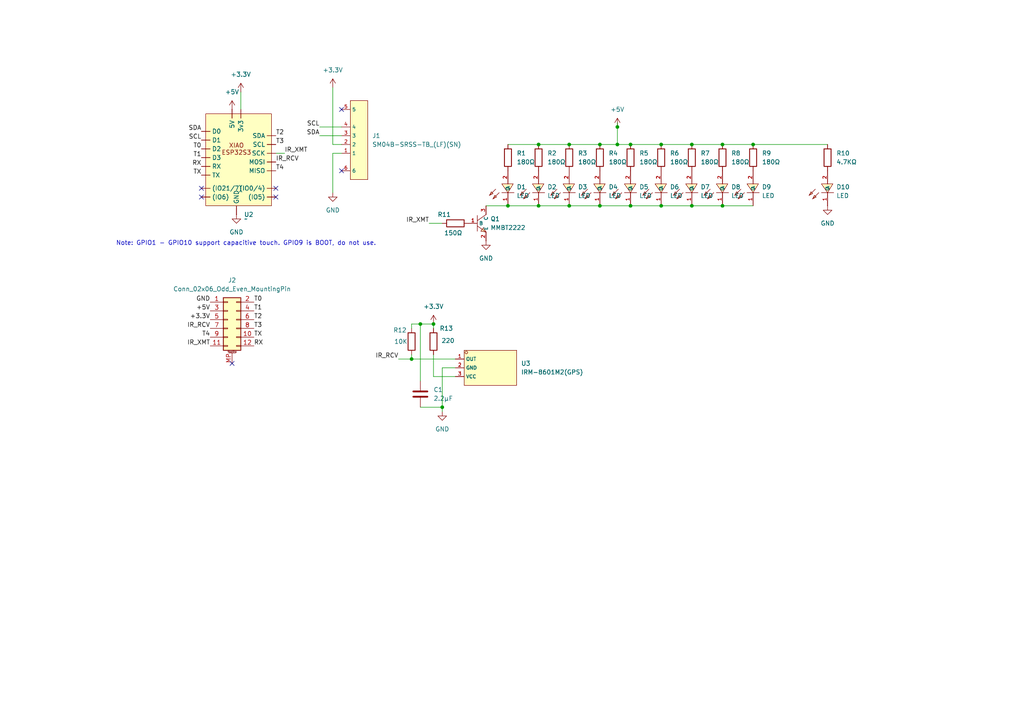
<source format=kicad_sch>
(kicad_sch (version 20231120) (generator "eeschema") (generator_version "8.0")
  (paper "A4")
  (title_block (title "ESP IR Blastr") (date "2025-01-01") (rev "0.1.0") (company "PDX Hackerspace") (comment 1 "John Romkey"))
  (lib_symbols
    (symbol "1mySymbols:Xiao_ESP32S3 PLUS" (pin_numbers hide)
      (property "Reference" "U" (at 6.096 27.178 0))
      (property "Datasheet" "https://wiki.seeedstudio.com/xiao_esp32s3_getting_started/" (at 0.762 -7.874 0))
      (symbol "Xiao_ESP32S3 PLUS_1_1"
        (rectangle (start -8.89 25.4) (end 10.16 -1.27) (fill (type background)))
        (text "XIAO\nESP32S3" (at 0 15.24 0) (effects (font (size 1.27 1.27))))
        (pin bidirectional line (at -10.16 20.32 0) (length 2.54) (name "D0") (number "1"))
        (pin input line (at 11.43 8.89 180) (length 2.54) (name "MISO") (number "10"))
        (pin output line (at 11.43 11.43 180) (length 2.54) (name "MOSI") (number "11"))
        (pin output line (at 1.27 26.67 270) (length 2.54) (name "3v3") (number "12"))
        (pin power_out line (at 0 -3.81 90) (length 2.54) (name "GND") (number "13"))
        (pin power_out line (at -1.27 26.67 270) (length 2.54) (name "5V") (number "14"))
        (pin bidirectional line (at -10.16 3.81 0) (length 2.54) (name "(IO21/7)") (number "15"))
        (pin bidirectional line (at -10.16 1.27 0) (length 2.54) (name "(IO6)") (number "16"))
        (pin bidirectional line (at 11.43 1.27 180) (length 2.54) (name "(IO5)") (number "17"))
        (pin bidirectional line (at 11.43 3.81 180) (length 2.54) (name "(IO0/4)") (number "18"))
        (pin bidirectional line (at -10.16 17.78 0) (length 2.54) (name "D1") (number "2"))
        (pin bidirectional line (at -10.16 15.24 0) (length 2.54) (name "D2") (number "3"))
        (pin bidirectional line (at -10.16 12.7 0) (length 2.54) (name "D3") (number "4"))
        (pin bidirectional line (at 11.43 19.05 180) (length 2.54) (name "SDA") (number "5"))
        (pin output line (at 11.43 16.51 180) (length 2.54) (name "SCL") (number "6"))
        (pin output line (at -10.16 7.62 0) (length 2.54) (name "TX") (number "7"))
        (pin input line (at -10.16 10.16 0) (length 2.54) (name "RX") (number "8"))
        (pin output line (at 11.43 13.97 180) (length 2.54) (name "SCK") (number "9"))
      )
    )
    (symbol "Connector_Generic_MountingPin:Conn_02x06_Odd_Even_MountingPin" (pin_names (offset 1.016) hide)
      (property "Reference" "J" (at 1.27 7.62 0))
      (property "Value" "Conn_02x06_Odd_Even_MountingPin" (at 2.54 -10.16 0))
      (symbol "Conn_02x06_Odd_Even_MountingPin_1_1"
        (rectangle (start -1.27 -7.493) (end 0 -7.747) (stroke (width 0.1524)))
        (rectangle (start -1.27 -4.953) (end 0 -5.207) (stroke (width 0.1524)))
        (rectangle (start -1.27 -2.413) (end 0 -2.667) (stroke (width 0.1524)))
        (rectangle (start -1.27 0.127) (end 0 -0.127) (stroke (width 0.1524)))
        (rectangle (start -1.27 2.667) (end 0 2.413) (stroke (width 0.1524)))
        (rectangle (start -1.27 5.207) (end 0 4.953) (stroke (width 0.1524)))
        (rectangle (start -1.27 6.35) (end 3.81 -8.89) (stroke (width 0.254)) (fill (type background)))
        (polyline (pts (xy 0.254 -9.652) (xy 2.286 -9.652)) (stroke (width 0.1524)))
        (rectangle (start 3.81 -7.493) (end 2.54 -7.747) (stroke (width 0.1524)))
        (rectangle (start 3.81 -4.953) (end 2.54 -5.207) (stroke (width 0.1524)))
        (rectangle (start 3.81 -2.413) (end 2.54 -2.667) (stroke (width 0.1524)))
        (rectangle (start 3.81 0.127) (end 2.54 -0.127) (stroke (width 0.1524)))
        (rectangle (start 3.81 2.667) (end 2.54 2.413) (stroke (width 0.1524)))
        (rectangle (start 3.81 5.207) (end 2.54 4.953) (stroke (width 0.1524)))
        (text "Mounting" (at 1.27 -9.271 0) (effects (font (size 0.381 0.381))))
        (pin passive line (at -5.08 5.08 0) (length 3.81) (name "Pin_1") (number "1"))
        (pin passive line (at 7.62 -5.08 180) (length 3.81) (name "Pin_10") (number "10"))
        (pin passive line (at -5.08 -7.62 0) (length 3.81) (name "Pin_11") (number "11"))
        (pin passive line (at 7.62 -7.62 180) (length 3.81) (name "Pin_12") (number "12"))
        (pin passive line (at 7.62 5.08 180) (length 3.81) (name "Pin_2") (number "2"))
        (pin passive line (at -5.08 2.54 0) (length 3.81) (name "Pin_3") (number "3"))
        (pin passive line (at 7.62 2.54 180) (length 3.81) (name "Pin_4") (number "4"))
        (pin passive line (at -5.08 0 0) (length 3.81) (name "Pin_5") (number "5"))
        (pin passive line (at 7.62 0 180) (length 3.81) (name "Pin_6") (number "6"))
        (pin passive line (at -5.08 -2.54 0) (length 3.81) (name "Pin_7") (number "7"))
        (pin passive line (at 7.62 -2.54 180) (length 3.81) (name "Pin_8") (number "8"))
        (pin passive line (at -5.08 -5.08 0) (length 3.81) (name "Pin_9") (number "9"))
        (pin passive line (at 1.27 -12.7 90) (length 3.048) (name "MountPin") (number "MP"))
      )
    )
    (symbol "Device:C" (pin_numbers hide) (pin_names (offset 0.254))
      (property "Reference" "C" (at 0.635 2.54 0))
      (property "Value" "C" (at 0.635 -2.54 0))
      (symbol "C_0_1"
        (polyline (pts (xy -2.032 -0.762) (xy 2.032 -0.762)) (stroke (width 0.508)))
        (polyline (pts (xy -2.032 0.762) (xy 2.032 0.762)) (stroke (width 0.508)))
      )
      (symbol "C_1_1"
        (pin passive line (at 0 3.81 270) (length 2.794) (name "~") (number "1"))
        (pin passive line (at 0 -3.81 90) (length 2.794) (name "~") (number "2"))
      )
    )
    (symbol "Device:R" (pin_numbers hide) (pin_names (offset 0))
      (property "Reference" "R" (at 2.032 0 90))
      (property "Value" "R" (at 0 0 90))
      (symbol "R_0_1"
        (rectangle (start -1.016 -2.54) (end 1.016 2.54) (stroke (width 0.254)))
      )
      (symbol "R_1_1"
        (pin passive line (at 0 3.81 270) (length 1.27) (name "~") (number "1"))
        (pin passive line (at 0 -3.81 90) (length 1.27) (name "~") (number "2"))
      )
    )
    (symbol "easyeda2kicad.kicad_sym:IR42-21C/TR8"
      (property "Reference" "U" (at 0 1.27 0))
      (property "Value" "IR42-21C{slash}TR8" (at 0 -2.54 0))
      (symbol "IR42-21C/TR8_0_1"
        (polyline (pts (xy -1.27 -1.778) (xy -1.27 1.778)))
        (polyline (pts (xy -1.27 2.54) (xy -3.048 4.318)))
        (polyline (pts (xy -0.254 3.556) (xy -2.032 5.334)))
        (polyline (pts (xy -3.048 4.318) (xy -2.032 3.81) (xy -2.54 3.302) (xy -3.048 4.318)) (fill (type background)))
        (polyline (pts (xy -2.032 5.334) (xy -1.016 4.826) (xy -1.524 4.318) (xy -2.032 5.334)) (fill (type background)))
        (polyline (pts (xy 1.27 -1.524) (xy -1.27 0) (xy 1.27 1.778) (xy 1.27 -1.524)) (fill (type background)))
        (pin unspecified line (at -5.08 0 0) (length 3.81) (name "C") (number "1"))
        (pin unspecified line (at 5.08 0 180) (length 3.81) (name "A") (number "2"))
      )
    )
    (symbol "easyeda2kicad.kicad_sym:IRM-8601M2(GPS)"
      (property "Reference" "U" (at 0 1.27 0))
      (property "Value" "IRM-8601M2(GPS)" (at 0 -2.54 0))
      (symbol "IRM-8601M2(GPS)_0_1"
        (rectangle (start -6.35 5.08) (end 8.89 -5.08) (fill (type background)))
        (circle (center -5.715 4.445) (radius 0.381) (fill (type background)))
        (pin unspecified line (at -8.89 2.54 0) (length 2.54) (name "OUT") (number "1"))
        (pin unspecified line (at -8.89 0 0) (length 2.54) (name "GND") (number "2"))
        (pin unspecified line (at -8.89 -2.54 0) (length 2.54) (name "VCC") (number "3"))
      )
    )
    (symbol "easyeda2kicad.kicad_sym:MMBT2222"
      (property "Reference" "U" (at 0 1.27 0))
      (property "Value" "MMBT2222" (at 0 -2.54 0))
      (symbol "MMBT2222_0_1"
        (polyline (pts (xy -2.54 -0.762) (xy 0 -2.54)))
        (polyline (pts (xy -2.54 2.286) (xy -2.54 -2.286)))
        (polyline (pts (xy 0 2.54) (xy -2.54 0.762)))
        (polyline (pts (xy 0 -2.54) (xy -0.762 -1.27) (xy -1.524 -2.286) (xy 0 -2.54)) (fill (type background)))
        (pin input line (at -5.08 0 0) (length 2.54) (name "B") (number "1"))
        (pin input line (at 0 -5.08 90) (length 2.54) (name "E") (number "2"))
        (pin input line (at 0 5.08 270) (length 2.54) (name "C") (number "3"))
      )
    )
    (symbol "easyeda2kicad.kicad_sym:SM04B-SRSS-TB_(LF)(SN)"
      (property "Reference" "U" (at 0 1.27 0))
      (property "Value" "SM04B-SRSS-TB_(LF)(SN)" (at 0 -2.54 0))
      (symbol "SM04B-SRSS-TB_(LF)(SN)_0_1"
        (rectangle (start -11.43 1.27) (end 11.43 -3.81) (fill (type background)))
        (pin unspecified line (at -3.81 3.81 270) (length 2.54) (name "1") (number "1"))
        (pin unspecified line (at -1.27 3.81 270) (length 2.54) (name "2") (number "2"))
        (pin unspecified line (at 1.27 3.81 270) (length 2.54) (name "3") (number "3"))
        (pin unspecified line (at 3.81 3.81 270) (length 2.54) (name "4") (number "4"))
        (pin unspecified line (at 8.89 3.81 270) (length 2.54) (name "5") (number "5"))
        (pin unspecified line (at -8.89 3.81 270) (length 2.54) (name "6") (number "6"))
      )
    )
    (symbol "power:+3.3V" (power) (pin_numbers hide) (pin_names (offset 0) hide)
      (property "Value" "+3.3V" (at 0 3.556 0))
      (symbol "+3.3V_0_1"
        (polyline (pts (xy -0.762 1.27) (xy 0 2.54)))
        (polyline (pts (xy 0 0) (xy 0 2.54)))
        (polyline (pts (xy 0 2.54) (xy 0.762 1.27)))
      )
      (symbol "+3.3V_1_1"
        (pin power_in line (at 0 0 90) (length 0) (name "~") (number "1"))
      )
    )
    (symbol "power:+5V" (power) (pin_numbers hide) (pin_names (offset 0) hide)
      (property "Value" "+5V" (at 0 3.556 0))
      (symbol "+5V_0_1"
        (polyline (pts (xy -0.762 1.27) (xy 0 2.54)))
        (polyline (pts (xy 0 0) (xy 0 2.54)))
        (polyline (pts (xy 0 2.54) (xy 0.762 1.27)))
      )
      (symbol "+5V_1_1"
        (pin power_in line (at 0 0 90) (length 0) (name "~") (number "1"))
      )
    )
    (symbol "power:GND" (power) (pin_numbers hide) (pin_names (offset 0) hide)
      (property "Value" "GND" (at 0 -3.81 0))
      (symbol "GND_0_1"
        (polyline (pts (xy 0 0) (xy 0 -1.27) (xy 1.27 -1.27) (xy 0 -2.54) (xy -1.27 -1.27) (xy 0 -1.27)))
      )
      (symbol "GND_1_1"
        (pin power_in line (at 0 0 270) (length 0) (name "~") (number "1"))
      )
    )
  )
  (junction (at 156.21 41.91))
  (junction (at 182.88 59.69))
  (junction (at 179.07 36.83))
  (junction (at 200.66 59.69))
  (junction (at 218.44 41.91))
  (junction (at 165.1 41.91))
  (junction (at 209.55 59.69))
  (junction (at 156.21 59.69))
  (junction (at 191.77 41.91))
  (junction (at 173.99 59.69))
  (junction (at 182.88 41.91))
  (junction (at 209.55 41.91))
  (junction (at 121.92 93.98))
  (junction (at 165.1 59.69))
  (junction (at 119.38 104.14))
  (junction (at 200.66 41.91))
  (junction (at 173.99 41.91))
  (junction (at 147.32 59.69))
  (junction (at 128.27 118.11))
  (junction (at 191.77 59.69))
  (junction (at 179.07 41.91))
  (junction (at 125.73 93.98))
  (no_connect (at 58.42 57.15))
  (no_connect (at 67.31 105.41))
  (no_connect (at 80.01 57.15))
  (no_connect (at 99.06 49.53))
  (no_connect (at 80.01 54.61))
  (no_connect (at 99.06 31.75))
  (no_connect (at 58.42 54.61))
  (wire (pts (xy 209.55 41.91) (xy 218.44 41.91)))
  (wire (pts (xy 191.77 59.69) (xy 200.66 59.69)))
  (wire (pts (xy 182.88 41.91) (xy 191.77 41.91)))
  (wire (pts (xy 179.07 35.56) (xy 179.07 36.83)))
  (wire (pts (xy 132.08 109.22) (xy 125.73 109.22)))
  (wire (pts (xy 179.07 36.83) (xy 179.07 41.91)))
  (wire (pts (xy 156.21 59.69) (xy 165.1 59.69)))
  (wire (pts (xy 191.77 41.91) (xy 200.66 41.91)))
  (wire (pts (xy 121.92 110.49) (xy 121.92 93.98)))
  (wire (pts (xy 173.99 41.91) (xy 179.07 41.91)))
  (wire (pts (xy 115.57 104.14) (xy 119.38 104.14)))
  (wire (pts (xy 80.01 44.45) (xy 82.55 44.45)))
  (wire (pts (xy 209.55 59.69) (xy 218.44 59.69)))
  (wire (pts (xy 96.52 44.45) (xy 96.52 55.88)))
  (wire (pts (xy 128.27 118.11) (xy 128.27 119.38)))
  (wire (pts (xy 119.38 95.25) (xy 119.38 93.98)))
  (wire (pts (xy 173.99 59.69) (xy 182.88 59.69)))
  (wire (pts (xy 124.46 64.77) (xy 128.27 64.77)))
  (wire (pts (xy 92.71 39.37) (xy 99.06 39.37)))
  (wire (pts (xy 128.27 106.68) (xy 128.27 118.11)))
  (wire (pts (xy 69.85 26.67) (xy 69.85 31.75)))
  (wire (pts (xy 96.52 25.4) (xy 96.52 41.91)))
  (wire (pts (xy 156.21 41.91) (xy 165.1 41.91)))
  (wire (pts (xy 119.38 104.14) (xy 132.08 104.14)))
  (wire (pts (xy 140.97 59.69) (xy 147.32 59.69)))
  (wire (pts (xy 119.38 102.87) (xy 119.38 104.14)))
  (wire (pts (xy 179.07 41.91) (xy 182.88 41.91)))
  (wire (pts (xy 92.71 36.83) (xy 99.06 36.83)))
  (wire (pts (xy 99.06 41.91) (xy 96.52 41.91)))
  (wire (pts (xy 147.32 41.91) (xy 156.21 41.91)))
  (wire (pts (xy 200.66 59.69) (xy 209.55 59.69)))
  (wire (pts (xy 165.1 41.91) (xy 173.99 41.91)))
  (wire (pts (xy 125.73 93.98) (xy 125.73 95.25)))
  (wire (pts (xy 182.88 59.69) (xy 191.77 59.69)))
  (wire (pts (xy 121.92 118.11) (xy 128.27 118.11)))
  (wire (pts (xy 119.38 93.98) (xy 121.92 93.98)))
  (wire (pts (xy 121.92 93.98) (xy 125.73 93.98)))
  (wire (pts (xy 218.44 41.91) (xy 240.03 41.91)))
  (wire (pts (xy 165.1 59.69) (xy 173.99 59.69)))
  (wire (pts (xy 99.06 44.45) (xy 96.52 44.45)))
  (wire (pts (xy 200.66 41.91) (xy 209.55 41.91)))
  (wire (pts (xy 132.08 106.68) (xy 128.27 106.68)))
  (wire (pts (xy 147.32 59.69) (xy 156.21 59.69)))
  (wire (pts (xy 125.73 102.87) (xy 125.73 109.22)))
  (text "Note: GPIO1 - GPIO10 support capacitive touch. GPIO9 is BOOT, do not use." (at 71.374 70.612 0) (effects (font (size 1.27 1.27))))
  (label "T0" (at 73.66 87.63 0))
  (label "T1" (at 73.66 90.17 0))
  (label "IR_RCV" (at 60.96 95.25 180))
  (label "IR_XMT" (at 60.96 100.33 180))
  (label "TX" (at 73.66 97.79 0))
  (label "SCL" (at 58.42 40.64 180))
  (label "T4" (at 80.01 49.53 0))
  (label "TX" (at 58.42 50.8 180))
  (label "T4" (at 60.96 97.79 180))
  (label "SCL" (at 92.71 36.83 180))
  (label "SDA" (at 92.71 39.37 180))
  (label "IR_RCV" (at 115.57 104.14 180))
  (label "RX" (at 73.66 100.33 0))
  (label "RX" (at 58.42 48.26 180))
  (label "IR_XMT" (at 82.55 44.45 0))
  (label "T1" (at 58.42 45.72 180))
  (label "+5V" (at 60.96 90.17 180))
  (label "+3.3V" (at 60.96 92.71 180))
  (label "IR_XMT" (at 124.46 64.77 180))
  (label "GND" (at 60.96 87.63 180))
  (label "SDA" (at 58.42 38.1 180))
  (label "T2" (at 73.66 92.71 0))
  (label "IR_RCV" (at 80.01 46.99 0))
  (label "T0" (at 58.42 43.18 180))
  (label "T3" (at 80.01 41.91 0))
  (label "T3" (at 73.66 95.25 0))
  (label "T2" (at 80.01 39.37 0))
  (symbol (lib_id "Device:R") (at 156.21 45.72 0) (unit 1)
    (property "Reference" "R2" (at 158.75 44.4499 0) (effects (justify left)))
    (property "Value" "180Ω" (at 158.75 46.9899 0) (effects (justify left)))
    (property "Footprint" "Resistor_SMD:R_0805_2012Metric_Pad1.20x1.40mm_HandSolder" (effects (hide yes)))
    (property "Description" "Resistor" (effects (hide yes)))
    (property "LCSC" "C25270" (effects (hide yes)))
  )
  (symbol (lib_id "power:GND") (at 140.97 69.85 0) (unit 1)
    (property "Reference" "#PWR01" (effects (hide yes)))
    (property "Value" "GND" (at 140.97 74.93 0))
    (property "Description" "Power symbol creates a global label with name \"GND\" , ground" (effects (hide yes)))
  )
  (symbol (lib_id "Connector_Generic_MountingPin:Conn_02x06_Odd_Even_MountingPin") (at 66.04 92.71 0) (unit 1) (in_bom no)
    (property "Reference" "J2" (at 67.31 81.28 0))
    (property "Value" "Conn_02x06_Odd_Even_MountingPin" (at 67.31 83.82 0))
    (property "Footprint" "Connector_PinHeader_2.54mm:PinHeader_2x06_P2.54mm_Vertical" (effects (hide yes)))
    (property "Description" "Generic connectable mounting pin connector, double row, 02x06, odd/even pin numbering scheme (row 1 odd numbers, row 2 even numbers), script generated (kicad-library-utils/schlib/autogen/connector/)" (effects (hide yes)))
  )
  (symbol (lib_id "power:+3.3V") (at 69.85 26.67 0) (unit 1)
    (property "Reference" "#PWR05" (effects (hide yes)))
    (property "Value" "+3.3V" (at 69.85 21.59 0))
    (property "Description" "Power symbol creates a global label with name \"+3.3V\"" (effects (hide yes)))
  )
  (symbol (lib_id "Device:C") (at 121.92 114.3 0) (unit 1)
    (property "Reference" "C1" (at 125.73 113.0299 0) (effects (justify left)))
    (property "Value" "2.2µF" (at 125.73 115.5699 0) (effects (justify left)))
    (property "Footprint" "Capacitor_SMD:C_0805_2012Metric" (effects (hide yes)))
    (property "Description" "Unpolarized capacitor" (effects (hide yes)))
    (property "LCSC" "C19110" (effects (hide yes)))
  )
  (symbol (lib_id "Device:R") (at 165.1 45.72 0) (unit 1)
    (property "Reference" "R3" (at 167.64 44.4499 0) (effects (justify left)))
    (property "Value" "180Ω" (at 167.64 46.9899 0) (effects (justify left)))
    (property "Footprint" "Resistor_SMD:R_0805_2012Metric_Pad1.20x1.40mm_HandSolder" (effects (hide yes)))
    (property "Description" "Resistor" (effects (hide yes)))
    (property "LCSC" "C25270" (effects (hide yes)))
  )
  (symbol (lib_id "Device:R") (at 200.66 45.72 0) (unit 1)
    (property "Reference" "R7" (at 203.2 44.4499 0) (effects (justify left)))
    (property "Value" "180Ω" (at 203.2 46.9899 0) (effects (justify left)))
    (property "Footprint" "Resistor_SMD:R_0805_2012Metric_Pad1.20x1.40mm_HandSolder" (effects (hide yes)))
    (property "Description" "Resistor" (effects (hide yes)))
    (property "LCSC" "C25270" (effects (hide yes)))
  )
  (symbol (lib_id "Device:R") (at 182.88 45.72 0) (unit 1)
    (property "Reference" "R5" (at 185.42 44.4499 0) (effects (justify left)))
    (property "Value" "180Ω" (at 185.42 46.9899 0) (effects (justify left)))
    (property "Footprint" "Resistor_SMD:R_0805_2012Metric_Pad1.20x1.40mm_HandSolder" (effects (hide yes)))
    (property "Description" "Resistor" (effects (hide yes)))
    (property "LCSC" "C25270" (effects (hide yes)))
  )
  (symbol (lib_id "easyeda2kicad.kicad_sym:IRM-8601M2(GPS)") (at 140.97 106.68 0) (unit 1)
    (property "Reference" "U3" (at 151.13 105.4099 0) (effects (justify left)))
    (property "Value" "IRM-8601M2(GPS)" (at 151.13 107.9499 0) (effects (justify left)))
    (property "Footprint" "footprint:SENSOR-TH_IRM-8601" (effects (hide yes)))
    (property "Datasheet" "https://item.szlcsc.com/142515.html" (effects (hide yes)))
    (property "LCSC" "C131222" (effects (hide yes)))
  )
  (symbol (lib_id "Device:R") (at 147.32 45.72 0) (unit 1)
    (property "Reference" "R1" (at 149.86 44.4499 0) (effects (justify left)))
    (property "Value" "180Ω" (at 149.86 46.9899 0) (effects (justify left)))
    (property "Footprint" "Resistor_SMD:R_0805_2012Metric_Pad1.20x1.40mm_HandSolder" (effects (hide yes)))
    (property "Description" "Resistor" (effects (hide yes)))
    (property "LCSC" "C25270" (effects (hide yes)))
  )
  (symbol (lib_id "easyeda2kicad.kicad_sym:SM04B-SRSS-TB_(LF)(SN)") (at 102.87 40.64 90) (unit 1)
    (property "Reference" "J1" (at 107.95 39.3699 90) (effects (justify right)))
    (property "Value" "SM04B-SRSS-TB_(LF)(SN)" (at 107.95 41.9099 90) (effects (justify right)))
    (property "Footprint" "footprint:CONN-SMD_4P-P1.00_SM04B-SRSS-TB-LF-SN" (effects (hide yes)))
    (property "Datasheet" "https://lcsc.com/product-detail/Wire-To-Board-Wire-To-Wire-Connector_JST-Sales-America_SM04B-SRSS-TB-LF-SN_JST-Sales-America-SM04B-SRSS-TB-LF-SN_C160404.html" (effects (hide yes)))
    (property "LCSC" "C160404" (effects (hide yes)))
  )
  (symbol (lib_id "easyeda2kicad.kicad_sym:IR42-21C/TR8") (at 209.55 54.61 90) (unit 1)
    (property "Reference" "D8" (at 212.09 54.2289 90) (effects (justify right)))
    (property "Value" "LED" (at 212.09 56.7689 90) (effects (justify right)))
    (property "Footprint" "footprint:SENSOR-SMD_L3.2-W2.4-R-FD" (effects (hide yes)))
    (property "Datasheet" "https://atta.szlcsc.com/upload/public/pdf/source/20170918/C131227_1505726874277976238.pdf" (effects (hide yes)))
    (property "Description" "Light emitting diode" (effects (hide yes)))
    (property "LCSC" "C131198" (effects (hide yes)))
  )
  (symbol (lib_id "1mySymbols:Xiao_ESP32S3 PLUS") (at 68.58 58.42 0) (unit 1)
    (property "Reference" "U2" (at 70.7741 62.23 0) (effects (justify left)))
    (property "Value" "~" (at 70.7741 63.5 0) (effects (justify left)))
    (property "Footprint" "1myFootprints:Xiao ESP32S3 PLUS" (effects (hide yes)))
    (property "Datasheet" "https://wiki.seeedstudio.com/xiao_esp32s3_getting_started/" (effects (hide yes)))
  )
  (symbol (lib_id "Device:R") (at 132.08 64.77 90) (unit 1)
    (property "Reference" "R11" (at 130.8099 62.23 90) (effects (justify left)))
    (property "Value" "150Ω" (at 134.112 67.564 90) (effects (justify left)))
    (property "Footprint" "Resistor_SMD:R_0805_2012Metric_Pad1.20x1.40mm_HandSolder" (effects (hide yes)))
    (property "Description" "Resistor" (effects (hide yes)))
    (property "LCSC" "C17471" (effects (hide yes)))
  )
  (symbol (lib_id "Device:R") (at 191.77 45.72 0) (unit 1)
    (property "Reference" "R6" (at 194.31 44.4499 0) (effects (justify left)))
    (property "Value" "180Ω" (at 194.31 46.9899 0) (effects (justify left)))
    (property "Footprint" "Resistor_SMD:R_0805_2012Metric_Pad1.20x1.40mm_HandSolder" (effects (hide yes)))
    (property "Description" "Resistor" (effects (hide yes)))
    (property "LCSC" "C25270" (effects (hide yes)))
  )
  (symbol (lib_id "easyeda2kicad.kicad_sym:IR42-21C/TR8") (at 240.03 54.61 90) (unit 1)
    (property "Reference" "D10" (at 242.57 54.2289 90) (effects (justify right)))
    (property "Value" "LED" (at 242.57 56.7689 90) (effects (justify right)))
    (property "Footprint" "LED_SMD:LED_0805_2012Metric" (effects (hide yes)))
    (property "Datasheet" "https://atta.szlcsc.com/upload/public/pdf/source/20170918/C131227_1505726874277976238.pdf" (effects (hide yes)))
    (property "Description" "Light emitting diode" (effects (hide yes)))
    (property "LCSC" "C84256" (effects (hide yes)))
  )
  (symbol (lib_id "power:+5V") (at 179.07 36.83 0) (unit 1)
    (property "Reference" "#PWR02" (effects (hide yes)))
    (property "Value" "+5V" (at 179.07 31.75 0))
    (property "Description" "Power symbol creates a global label with name \"+5V\"" (effects (hide yes)))
  )
  (symbol (lib_id "power:GND") (at 240.03 59.69 0) (unit 1)
    (property "Reference" "#PWR08" (effects (hide yes)))
    (property "Value" "GND" (at 240.03 64.77 0))
    (property "Description" "Power symbol creates a global label with name \"GND\" , ground" (effects (hide yes)))
  )
  (symbol (lib_id "easyeda2kicad.kicad_sym:IR42-21C/TR8") (at 156.21 54.61 90) (unit 1)
    (property "Reference" "D2" (at 158.75 54.2289 90) (effects (justify right)))
    (property "Value" "LED" (at 158.75 56.7689 90) (effects (justify right)))
    (property "Footprint" "footprint:SENSOR-SMD_L3.2-W2.4-R-FD" (effects (hide yes)))
    (property "Datasheet" "https://atta.szlcsc.com/upload/public/pdf/source/20170918/C131227_1505726874277976238.pdf" (effects (hide yes)))
    (property "Description" "Light emitting diode" (effects (hide yes)))
    (property "LCSC" "C131198" (effects (hide yes)))
  )
  (symbol (lib_id "Device:R") (at 173.99 45.72 0) (unit 1)
    (property "Reference" "R4" (at 176.53 44.4499 0) (effects (justify left)))
    (property "Value" "180Ω" (at 176.53 46.9899 0) (effects (justify left)))
    (property "Footprint" "Resistor_SMD:R_0805_2012Metric_Pad1.20x1.40mm_HandSolder" (effects (hide yes)))
    (property "Description" "Resistor" (effects (hide yes)))
    (property "LCSC" "C25270" (effects (hide yes)))
  )
  (symbol (lib_id "easyeda2kicad.kicad_sym:IR42-21C/TR8") (at 173.99 54.61 90) (unit 1)
    (property "Reference" "D4" (at 176.53 54.2289 90) (effects (justify right)))
    (property "Value" "LED" (at 176.53 56.7689 90) (effects (justify right)))
    (property "Footprint" "footprint:SENSOR-SMD_L3.2-W2.4-R-FD" (effects (hide yes)))
    (property "Datasheet" "https://atta.szlcsc.com/upload/public/pdf/source/20170918/C131227_1505726874277976238.pdf" (effects (hide yes)))
    (property "Description" "Light emitting diode" (effects (hide yes)))
    (property "LCSC" "C131198" (effects (hide yes)))
  )
  (symbol (lib_id "Device:R") (at 209.55 45.72 0) (unit 1)
    (property "Reference" "R8" (at 212.09 44.4499 0) (effects (justify left)))
    (property "Value" "180Ω" (at 212.09 46.9899 0) (effects (justify left)))
    (property "Footprint" "Resistor_SMD:R_0805_2012Metric_Pad1.20x1.40mm_HandSolder" (effects (hide yes)))
    (property "Description" "Resistor" (effects (hide yes)))
    (property "LCSC" "C25270" (effects (hide yes)))
  )
  (symbol (lib_id "power:GND") (at 128.27 119.38 0) (unit 1)
    (property "Reference" "#PWR09" (effects (hide yes)))
    (property "Value" "GND" (at 128.27 124.46 0))
    (property "Description" "Power symbol creates a global label with name \"GND\" , ground" (effects (hide yes)))
  )
  (symbol (lib_id "easyeda2kicad.kicad_sym:IR42-21C/TR8") (at 165.1 54.61 90) (unit 1)
    (property "Reference" "D3" (at 167.64 54.2289 90) (effects (justify right)))
    (property "Value" "LED" (at 167.64 56.7689 90) (effects (justify right)))
    (property "Footprint" "footprint:SENSOR-SMD_L3.2-W2.4-R-FD" (effects (hide yes)))
    (property "Datasheet" "https://atta.szlcsc.com/upload/public/pdf/source/20170918/C131227_1505726874277976238.pdf" (effects (hide yes)))
    (property "Description" "Light emitting diode" (effects (hide yes)))
    (property "LCSC" "C131198" (effects (hide yes)))
  )
  (symbol (lib_id "Device:R") (at 125.73 99.06 0) (unit 1)
    (property "Reference" "R13" (at 127.508 95.25 0) (effects (justify left)))
    (property "Value" "220" (at 128.016 98.806 0) (effects (justify left)))
    (property "Footprint" "Resistor_SMD:R_0805_2012Metric" (effects (hide yes)))
    (property "Description" "Resistor" (effects (hide yes)))
    (property "LCSC" "C17557" (effects (hide yes)))
  )
  (symbol (lib_id "power:GND") (at 68.58 62.23 0) (unit 1)
    (property "Reference" "#PWR03" (effects (hide yes)))
    (property "Value" "GND" (at 68.58 67.31 0))
    (property "Description" "Power symbol creates a global label with name \"GND\" , ground" (effects (hide yes)))
  )
  (symbol (lib_id "easyeda2kicad.kicad_sym:IR42-21C/TR8") (at 182.88 54.61 90) (unit 1)
    (property "Reference" "D5" (at 185.42 54.2289 90) (effects (justify right)))
    (property "Value" "LED" (at 185.42 56.7689 90) (effects (justify right)))
    (property "Footprint" "footprint:SENSOR-SMD_L3.2-W2.4-R-FD" (effects (hide yes)))
    (property "Datasheet" "https://atta.szlcsc.com/upload/public/pdf/source/20170918/C131227_1505726874277976238.pdf" (effects (hide yes)))
    (property "Description" "Light emitting diode" (effects (hide yes)))
    (property "LCSC" "C131198" (effects (hide yes)))
  )
  (symbol (lib_id "power:+3.3V") (at 96.52 25.4 0) (unit 1)
    (property "Reference" "#PWR07" (effects (hide yes)))
    (property "Value" "+3.3V" (at 96.52 20.32 0))
    (property "Description" "Power symbol creates a global label with name \"+3.3V\"" (effects (hide yes)))
  )
  (symbol (lib_id "easyeda2kicad.kicad_sym:MMBT2222") (at 140.97 64.77 0) (unit 1)
    (property "Reference" "Q1" (at 142.24 63.4999 0) (effects (justify left)))
    (property "Value" "MMBT2222" (at 142.24 66.0399 0) (effects (justify left)))
    (property "Footprint" "footprint:SOT-23-3_L2.9-W1.4-P1.91-LS2.6-BR" (effects (hide yes)))
    (property "Datasheet" "https://atta.szlcsc.com/upload/public/pdf/source/20210506/C2828457_40A6ADD2242555ADA7F9DD1BF18610A6.pdf" (effects (hide yes)))
    (property "Description" "600mA Ic, 40V Vce, NPN Transistor" (effects (hide yes)))
    (property "LCSC" "C2891810" (effects (hide yes)))
  )
  (symbol (lib_id "power:+5V") (at 67.31 31.75 0) (unit 1)
    (property "Reference" "#PWR04" (effects (hide yes)))
    (property "Value" "+5V" (at 67.31 26.67 0))
    (property "Description" "Power symbol creates a global label with name \"+5V\"" (effects (hide yes)))
  )
  (symbol (lib_id "power:+3.3V") (at 125.73 93.98 0) (unit 1)
    (property "Reference" "#PWR010" (effects (hide yes)))
    (property "Value" "+3.3V" (at 125.73 88.9 0))
    (property "Description" "Power symbol creates a global label with name \"+3.3V\"" (effects (hide yes)))
  )
  (symbol (lib_id "Device:R") (at 218.44 45.72 0) (unit 1)
    (property "Reference" "R9" (at 220.98 44.4499 0) (effects (justify left)))
    (property "Value" "180Ω" (at 220.98 46.9899 0) (effects (justify left)))
    (property "Footprint" "Resistor_SMD:R_0805_2012Metric" (effects (hide yes)))
    (property "Description" "Resistor" (effects (hide yes)))
    (property "LCSC" "C25270" (effects (hide yes)))
  )
  (symbol (lib_id "Device:R") (at 119.38 99.06 0) (unit 1)
    (property "Reference" "R12" (at 114.046 95.758 0) (effects (justify left)))
    (property "Value" "10K" (at 114.3 99.06 0) (effects (justify left)))
    (property "Footprint" "Resistor_SMD:R_0805_2012Metric" (effects (hide yes)))
    (property "Description" "Resistor" (effects (hide yes)))
    (property "LCSC" "C17414" (effects (hide yes)))
  )
  (symbol (lib_id "power:GND") (at 96.52 55.88 0) (unit 1)
    (property "Reference" "#PWR06" (effects (hide yes)))
    (property "Value" "GND" (at 96.52 60.96 0))
    (property "Description" "Power symbol creates a global label with name \"GND\" , ground" (effects (hide yes)))
  )
  (symbol (lib_id "easyeda2kicad.kicad_sym:IR42-21C/TR8") (at 191.77 54.61 90) (unit 1)
    (property "Reference" "D6" (at 194.31 54.2289 90) (effects (justify right)))
    (property "Value" "LED" (at 194.31 56.7689 90) (effects (justify right)))
    (property "Footprint" "footprint:SENSOR-SMD_L3.2-W2.4-R-FD" (effects (hide yes)))
    (property "Datasheet" "https://atta.szlcsc.com/upload/public/pdf/source/20170918/C131227_1505726874277976238.pdf" (effects (hide yes)))
    (property "Description" "Light emitting diode" (effects (hide yes)))
    (property "LCSC" "C131198" (effects (hide yes)))
  )
  (symbol (lib_id "easyeda2kicad.kicad_sym:IR42-21C/TR8") (at 218.44 54.61 90) (unit 1)
    (property "Reference" "D9" (at 220.98 54.2289 90) (effects (justify right)))
    (property "Value" "LED" (at 220.98 56.7689 90) (effects (justify right)))
    (property "Footprint" "LED_SMD:LED_0805_2012Metric" (effects (hide yes)))
    (property "Datasheet" "https://atta.szlcsc.com/upload/public/pdf/source/20170918/C131227_1505726874277976238.pdf" (effects (hide yes)))
    (property "Description" "Light emitting diode" (effects (hide yes)))
    (property "LCSC" "C2297" (effects (hide yes)))
  )
  (symbol (lib_id "easyeda2kicad.kicad_sym:IR42-21C/TR8") (at 200.66 54.61 90) (unit 1)
    (property "Reference" "D7" (at 203.2 54.2289 90) (effects (justify right)))
    (property "Value" "LED" (at 203.2 56.7689 90) (effects (justify right)))
    (property "Footprint" "footprint:SENSOR-SMD_L3.2-W2.4-R-FD" (effects (hide yes)))
    (property "Datasheet" "https://atta.szlcsc.com/upload/public/pdf/source/20170918/C131227_1505726874277976238.pdf" (effects (hide yes)))
    (property "Description" "Light emitting diode" (effects (hide yes)))
    (property "LCSC" "C131198" (effects (hide yes)))
  )
  (symbol (lib_id "easyeda2kicad.kicad_sym:IR42-21C/TR8") (at 147.32 54.61 90) (unit 1)
    (property "Reference" "D1" (at 149.86 54.2289 90) (effects (justify right)))
    (property "Value" "LED" (at 149.86 56.7689 90) (effects (justify right)))
    (property "Footprint" "footprint:SENSOR-SMD_L3.2-W2.4-R-FD" (effects (hide yes)))
    (property "Datasheet" "https://atta.szlcsc.com/upload/public/pdf/source/20170918/C131227_1505726874277976238.pdf" (effects (hide yes)))
    (property "Description" "Light emitting diode" (effects (hide yes)))
    (property "LCSC" "C131198" (effects (hide yes)))
  )
  (symbol (lib_id "Device:R") (at 240.03 45.72 0) (unit 1)
    (property "Reference" "R10" (at 242.57 44.4499 0) (effects (justify left)))
    (property "Value" "4.7KΩ" (at 242.57 46.9899 0) (effects (justify left)))
    (property "Footprint" "Resistor_SMD:R_0805_2012Metric" (effects (hide yes)))
    (property "Description" "Resistor" (effects (hide yes)))
    (property "LCSC" "C17673" (effects (hide yes)))
  )
)
</source>
